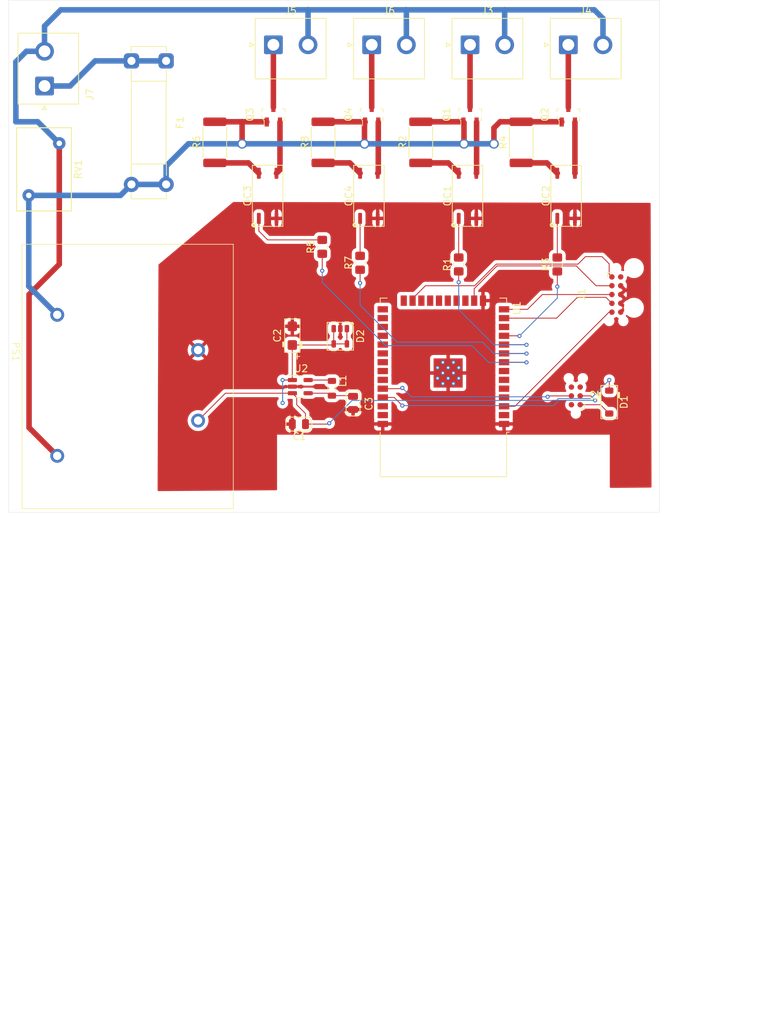
<source format=kicad_pcb>
(kicad_pcb (version 20221018) (generator pcbnew)
  (title_block (rev "1"))
  (layers (0 "F.Cu" signal "Front") (31 "B.Cu" signal "Back") (34 "B.Paste" user) (35 "F.Paste" user) (36 "B.SilkS" user "B.Silkscreen") (37 "F.SilkS" user "F.Silkscreen") (38 "B.Mask" user) (39 "F.Mask" user) (44 "Edge.Cuts" user))
  (net 0 "")
  (net 1 "Net-(D1-K)")
  (net 2 "GND")
  (net 3 "/Power/3v3")
  (net 4 "/Power/+5V_USB")
  (net 5 "/Power/L")
  (net 6 "/GPIO15")
  (net 7 "/GPIO13")
  (net 8 "/GPIO12")
  (net 9 "/GPIO14")
  (net 10 "/ESP_EN")
  (net 11 "/3v3")
  (net 13 "/GPIO01")
  (net 14 "/GPIO03")
  (net 17 "/PowerOut/220V_out")
  (net 18 "/PowerOut1/220V_out")
  (net 19 "/PowerOut2/220V_out")
  (net 20 "/PowerOut3/220V_out")
  (net 21 "Net-(U2-SW)")
  (net 22 "Net-(OC1-Pad1)")
  (net 23 "Net-(Q1-G)")
  (net 24 "Net-(OC2-Pad1)")
  (net 25 "Net-(Q2-G)")
  (net 26 "Net-(OC3-Pad1)")
  (net 27 "Net-(Q3-G)")
  (net 28 "Net-(OC4-Pad1)")
  (net 29 "Net-(Q4-G)")
  (net 30 "/Out3")
  (net 31 "/Out4")
  (net 32 "/Out1")
  (net 33 "/Out2")
  (net 57 "Fused L")
  (net 58 "N")
  (net 59 "/3V3")
  (net 60 "Net-(OC1-Pad6)")
  (net 61 "Net-(OC2-Pad2)")
  (net 62 "Net-(OC3-Pad6)")
  (net 63 "Net-(OC4-Pad2)")
  (footprint "Digikey:SOT-23-3" (layer "F.Cu") (at 97.2205 31.623 90)
    (fp_text reference "Q2" (at 0.025 -3.375 90) (layer "F.SilkS"))
    (fp_text value "MAC97A8")
    (pad "1" smd rect (at -1.05 -0.95 90) (size 1.3 0.6) (layers "F.Cu" "F.Paste" "F.Mask") (net 57 "Fused L"))
    (pad "2" smd rect (at -1.05 0.95 90) (size 1.3 0.6) (layers "F.Cu" "F.Paste" "F.Mask") (net 25 "Net-(Q2-G)"))
    (pad "3" smd rect (at 1.05 0 90) (size 1.3 0.6) (layers "F.Cu" "F.Paste" "F.Mask") (net 18 "/PowerOut1/220V_out"))
  )
  (footprint "Package_SO_AKL:SOIC-4_4.55x3.7mm_P2.54mm" (layer "F.Cu") (at 96.901 43.307 90)
    (fp_text reference "OC2" (at 0 -2.9 90) (layer "F.SilkS"))
    (fp_text value "TLP266J" hide)
    (pad "1" smd roundrect (at -3.25 -1.27 90) (size 1.6 0.55) (layers "F.Cu" "F.Paste" "F.Mask") (net 24 "Net-(OC2-Pad1)"))
    (pad "3" smd roundrect (at -3.25 1.27 90) (size 1.6 0.55) (layers "F.Cu" "F.Paste" "F.Mask") (net 2 "GND"))
    (pad "4" smd roundrect (at 3.25 1.27 90) (size 1.6 0.55) (layers "F.Cu" "F.Paste" "F.Mask") (net 25 "Net-(Q2-G)"))
    (pad "6" smd roundrect (at 3.25 -1.27 90) (size 1.6 0.55) (layers "F.Cu" "F.Paste" "F.Mask") (net 61 "Net-(OC2-Pad2)"))
  )
  (footprint "Inductor_SMD:L_0805_2012Metric" (layer "F.Cu") (at 63.119 71.0395 -90)
    (fp_text reference "L1" (at -1.0625 -1.55 90) (layer "F.SilkS"))
    (fp_text value "2.2uH")
    (pad "1" smd roundrect (at -1.0625 0 270) (size 0.875 1.2) (layers "F.Cu" "F.Paste" "F.Mask") (net 21 "Net-(U2-SW)"))
    (pad "2" smd roundrect (at 1.0625 0 270) (size 0.875 1.2) (layers "F.Cu" "F.Paste" "F.Mask") (net 3 "/Power/3v3"))
  )
  (footprint "Resistor_SMD:R_2512_6332Metric" (layer "F.Cu") (at 61.849 35.6015 90)
    (fp_text reference "R8" (at 0 -2.62 90) (layer "F.SilkS"))
    (fp_text value "300/1w")
    (pad "1" smd roundrect (at -2.9625 0 90) (size 1.225 3.35) (layers "F.Cu" "F.Paste" "F.Mask") (roundrect_rratio 0.2040816327) (net 63 "Net-(OC4-Pad2)"))
    (pad "2" smd roundrect (at 2.9625 0 90) (size 1.225 3.35) (layers "F.Cu" "F.Paste" "F.Mask") (roundrect_rratio 0.2040816327) (net 57 "Fused L"))
  )
  (footprint "Package_SO_AKL:SOIC-4_4.55x3.7mm_P2.54mm" (layer "F.Cu") (at 53.848 43.307 90)
    (fp_text reference "OC3" (at 0 -2.9 90) (layer "F.SilkS"))
    (fp_text value "TLP266J" hide)
    (pad "1" smd roundrect (at -3.25 -1.27 90) (size 1.6 0.55) (layers "F.Cu" "F.Paste" "F.Mask") (net 26 "Net-(OC3-Pad1)"))
    (pad "3" smd roundrect (at -3.25 1.27 90) (size 1.6 0.55) (layers "F.Cu" "F.Paste" "F.Mask") (net 2 "GND"))
    (pad "4" smd roundrect (at 3.25 1.27 90) (size 1.6 0.55) (layers "F.Cu" "F.Paste" "F.Mask") (net 27 "Net-(Q3-G)"))
    (pad "6" smd roundrect (at 3.25 -1.27 90) (size 1.6 0.55) (layers "F.Cu" "F.Paste" "F.Mask") (net 62 "Net-(OC3-Pad6)"))
  )
  (footprint "Resistor_SMD:R_0805_2012Metric_Pad1.20x1.40mm_HandSolder" (layer "F.Cu") (at 81.407 53.197 90)
    (fp_text reference "R1" (at 0 -1.65 90) (layer "F.SilkS"))
    (fp_text value "91")
    (pad "1" smd roundrect (at -1 0 90) (size 1.2 1.4) (layers "F.Cu" "F.Paste" "F.Mask") (roundrect_rratio 0.2083333333) (net 30 "/Out3"))
    (pad "2" smd roundrect (at 1 0 90) (size 1.2 1.4) (layers "F.Cu" "F.Paste" "F.Mask") (roundrect_rratio 0.2083333333) (net 22 "Net-(OC1-Pad1)"))
  )
  (footprint "Connector_JST:JST_NV_B02P-NV_1x02_P5.00mm_Vertical" (layer "F.Cu") (at 83.038832 21.548)
    (fp_text reference "J3" (at 2.5 -4.9) (layer "F.SilkS"))
    (fp_text value "Out3")
    (pad "1" thru_hole roundrect (at 0 0) (size 2.7 2.7) (drill 1.7) (layers "*.Cu" "*.Mask") (roundrect_rratio 0.09259296296) (net 17 "/PowerOut/220V_out"))
    (pad "2" thru_hole circle (at 5 0) (size 2.7 2.7) (drill 1.7) (layers "*.Cu" "*.Mask") (net 58 "N"))
  )
  (footprint "My Footprints:ZP05SXX00WB" (layer "F.Cu") (at 23.495 60.452 -90)
    (fp_text reference "PS1" (at 5.334 5.969 -90 unlocked) (layer "F.SilkS") (effects (font (thickness 0.1))))
    (fp_text value "ZP05S0500WB")
    (pad "1" thru_hole circle (at 0 0 270) (size 2 2) (drill 1.2) (layers "*.Cu" "*.Mask") (net 57 "Fused L"))
    (pad "2" thru_hole circle (at 20.32 0 270) (size 2 2) (drill 1.2) (layers "*.Cu" "*.Mask") (net 58 "N"))
    (pad "3" thru_hole circle (at 5.08 -20.32 270) (size 2 2) (drill 1.2) (layers "*.Cu" "*.Mask") (net 2 "GND"))
    (pad "4" thru_hole circle (at 15.24 -20.32 270) (size 2 2) (drill 1.2) (layers "*.Cu" "*.Mask") (net 1 "Net-(D1-K)"))
  )
  (footprint "Resistor_SMD:R_0805_2012Metric_Pad1.20x1.40mm_HandSolder" (layer "F.Cu") (at 61.722 50.657 90)
    (fp_text reference "R5" (at 0 -1.65 90) (layer "F.SilkS"))
    (fp_text value "91")
    (pad "1" smd roundrect (at -1 0 90) (size 1.2 1.4) (layers "F.Cu" "F.Paste" "F.Mask") (roundrect_rratio 0.2083333333) (net 32 "/Out1"))
    (pad "2" smd roundrect (at 1 0 90) (size 1.2 1.4) (layers "F.Cu" "F.Paste" "F.Mask") (roundrect_rratio 0.2083333333) (net 26 "Net-(OC3-Pad1)"))
  )
  (footprint "Connector_JST:JST_NV_B02P-NV_1x02_P5.00mm_Vertical" (layer "F.Cu") (at 54.6755 21.548)
    (fp_text reference "J5" (at 2.5 -4.9) (layer "F.SilkS"))
    (fp_text value "Out1")
    (pad "1" thru_hole roundrect (at 0 0) (size 2.7 2.7) (drill 1.7) (layers "*.Cu" "*.Mask") (roundrect_rratio 0.09259296296) (net 19 "/PowerOut2/220V_out"))
    (pad "2" thru_hole circle (at 5 0) (size 2.7 2.7) (drill 1.7) (layers "*.Cu" "*.Mask") (net 58 "N"))
  )
  (footprint "Capacitor_SMD_AKL:C_0805_2012Metric" (layer "F.Cu") (at 66.167 73.152 -90)
    (fp_text reference "C3" (at 0.127 -2.286 90) (layer "F.SilkS"))
    (fp_text value "10uF" hide)
    (pad "1" smd roundrect (at -0.95 0 270) (size 1 1.45) (layers "F.Cu" "F.Paste" "F.Mask") (net 3 "/Power/3v3"))
    (pad "2" smd roundrect (at 0.95 0 270) (size 1 1.45) (layers "F.Cu" "F.Paste" "F.Mask") (net 2 "GND"))
  )
  (footprint "Connector:Tag-Connect_TC2050-IDC-FP_2x05_P1.27mm_Vertical" (layer "F.Cu") (at 104.14 57.531 -90)
    (fp_text reference "J1" (at 0 5 90) (layer "F.SilkS"))
    (fp_text value "JTAG")
    (pad "" np_thru_hole circle (at -3.81 -2.54 270) (size 2.3749 2.3749) (drill 2.3749) (layers "*.Cu" "*.Mask"))
    (pad "" np_thru_hole circle (at -3.81 0 270) (size 0.9906 0.9906) (drill 0.9906) (layers "*.Cu" "*.Mask"))
    (pad "" np_thru_hole circle (at -3.81 2.54 270) (size 2.3749 2.3749) (drill 2.3749) (layers "*.Cu" "*.Mask"))
    (pad "" np_thru_hole circle (at 1.905 -2.54 270) (size 2.3749 2.3749) (drill 2.3749) (layers "*.Cu" "*.Mask"))
    (pad "" np_thru_hole circle (at 1.905 2.54 270) (size 2.3749 2.3749) (drill 2.3749) (layers "*.Cu" "*.Mask"))
    (pad "" np_thru_hole circle (at 3.81 -1.016 270) (size 0.9906 0.9906) (drill 0.9906) (layers "*.Cu" "*.Mask"))
    (pad "" np_thru_hole circle (at 3.81 1.016 270) (size 0.9906 0.9906) (drill 0.9906) (layers "*.Cu" "*.Mask"))
    (pad "1" connect circle (at -2.54 0.635 270) (size 0.7874 0.7874) (layers "F.Cu" "F.Mask") (net 6 "/GPIO15"))
    (pad "2" connect circle (at -1.27 0.635 270) (size 0.7874 0.7874) (layers "F.Cu" "F.Mask") (net 7 "/GPIO13"))
    (pad "3" connect circle (at 0 0.635 270) (size 0.7874 0.7874) (layers "F.Cu" "F.Mask") (net 8 "/GPIO12"))
    (pad "4" connect circle (at 1.27 0.635 270) (size 0.7874 0.7874) (layers "F.Cu" "F.Mask") (net 9 "/GPIO14"))
    (pad "5" connect circle (at 2.54 0.635 270) (size 0.7874 0.7874) (layers "F.Cu" "F.Mask") (net 10 "/ESP_EN"))
    (pad "6" connect circle (at 2.54 -0.635 270) (size 0.7874 0.7874) (layers "F.Cu" "F.Mask") (net 2 "GND"))
    (pad "7" connect circle (at 1.27 -0.635 270) (size 0.7874 0.7874) (layers "F.Cu" "F.Mask") (net 2 "GND"))
    (pad "8" connect circle (at 0 -0.635 270) (size 0.7874 0.7874) (layers "F.Cu" "F.Mask") (net 2 "GND"))
    (pad "9" connect circle (at -1.27 -0.635 270) (size 0.7874 0.7874) (layers "F.Cu" "F.Mask") (net 2 "GND"))
    (pad "10" connect circle (at -2.54 -0.635 270) (size 0.7874 0.7874) (layers "F.Cu" "F.Mask") (net 11 "/3v3"))
    (zone (net 0) (net_name "") (layer "F.Cu") (connect_pads (clearance 0)) (min_thickness 0.254)
      (keepout (tracks allowed) (vias not_allowed) (pads allowed) (copperpour not_allowed) (footprints not_allowed))
      (fill (thermal_gap 0.508) (thermal_bridge_width 0.508))
      (polygon (pts (xy 103.505 54.991) (xy 103.505 60.071) (xy 104.775 60.071) (xy 104.775 54.991)))
    )
  )
  (footprint "MountingHole:MountingHole_2.7mm_M2.5" (layer "F.Cu") (at 45.72 27.94)
    (fp_text reference "REF**" hide)
    (fp_text value "MountingHole_2.7mm_M2.5")
    (pad "" np_thru_hole circle (at 0 0) (size 2.7 2.7) (drill 2.7) (layers "*.Cu" "*.Mask"))
  )
  (footprint "Connector_JST:JST_NV_B02P-NV_1x02_P5.00mm_Vertical" (layer "F.Cu") (at 68.857166 21.548)
    (fp_text reference "J6" (at 2.5 -4.9) (layer "F.SilkS"))
    (fp_text value "Out2")
    (pad "1" thru_hole roundrect (at 0 0) (size 2.7 2.7) (drill 1.7) (layers "*.Cu" "*.Mask") (roundrect_rratio 0.09259296296) (net 20 "/PowerOut3/220V_out"))
    (pad "2" thru_hole circle (at 5 0) (size 2.7 2.7) (drill 1.7) (layers "*.Cu" "*.Mask") (net 58 "N"))
  )
  (footprint "Fuse:Fuseholder_Clip-5x20mm_Bel_FC-203-22_Lateral_P17.80x5.00mm_D1.17mm_Horizontal" (layer "F.Cu") (at 39.203 23.866 -90)
    (fp_text reference "F1" (at 8.9 -2 90) (layer "F.SilkS"))
    (fp_text value "2A/250V/FH-1096")
    (pad "1" thru_hole roundrect (at 0 0 270) (size 2.2 2.2) (drill 1.17) (layers "*.Cu" "*.Mask") (net 5 "/Power/L"))
    (pad "1" thru_hole roundrect (at 0 5 270) (size 2.2 2.2) (drill 1.17) (layers "*.Cu" "*.Mask") (net 5 "/Power/L"))
    (pad "2" thru_hole circle (at 17.8 0 270) (size 2.2 2.2) (drill 1.17) (layers "*.Cu" "*.Mask") (net 57 "Fused L"))
    (pad "2" thru_hole circle (at 17.8 5 270) (size 2.2 2.2) (drill 1.17) (layers "*.Cu" "*.Mask") (net 57 "Fused L"))
  )
  (footprint "Varistor:RV_Disc_D12mm_W7.9mm_P7.5mm" (layer "F.Cu") (at 19.39 43.247 90)
    (fp_text reference "RV1" (at 3.75 7.15 90) (layer "F.SilkS"))
    (fp_text value "S10K460")
    (pad "1" thru_hole circle (at 0 0 90) (size 1.8 1.8) (drill 0.8) (layers "*.Cu" "*.Mask") (net 57 "Fused L"))
    (pad "2" thru_hole circle (at 7.5 4.4 90) (size 1.8 1.8) (drill 0.8) (layers "*.Cu" "*.Mask") (net 58 "N"))
  )
  (footprint "MountingHole:MountingHole_2.7mm_M2.5" (layer "F.Cu") (at 105.41 30.353)
    (fp_text reference "REF**" hide)
    (fp_text value "MountingHole_2.7mm_M2.5")
    (pad "" np_thru_hole circle (at 0 0) (size 2.7 2.7) (drill 2.7) (layers "*.Cu" "*.Mask"))
  )
  (footprint "Connector_JST:JST_NV_B02P-NV_1x02_P5.00mm_Vertical" (layer "F.Cu") (at 97.2205 21.548)
    (fp_text reference "J4" (at 2.5 -4.9) (layer "F.SilkS"))
    (fp_text value "Out4")
    (pad "1" thru_hole roundrect (at 0 0) (size 2.7 2.7) (drill 1.7) (layers "*.Cu" "*.Mask") (roundrect_rratio 0.09259296296) (net 18 "/PowerOut1/220V_out"))
    (pad "2" thru_hole circle (at 5 0) (size 2.7 2.7) (drill 1.7) (layers "*.Cu" "*.Mask") (net 58 "N"))
  )
  (footprint "Connector:Tag-Connect_TC2030-IDC-NL_2x03_P1.27mm_Vertical" (layer "F.Cu") (at 98.298 72.136 90)
    (fp_text reference "J2" (at 0 2.7 90) (layer "F.SilkS"))
    (fp_text value "RS-232")
    (pad "" np_thru_hole circle (at -2.54 0 90) (size 0.9906 0.9906) (drill 0.9906) (layers "*.Cu" "*.Mask"))
    (pad "" np_thru_hole circle (at 2.54 -1.016 90) (size 0.9906 0.9906) (drill 0.9906) (layers "*.Cu" "*.Mask"))
    (pad "" np_thru_hole circle (at 2.54 1.016 90) (size 0.9906 0.9906) (drill 0.9906) (layers "*.Cu" "*.Mask"))
    (pad "1" connect circle (at -1.27 0.635 90) (size 0.7874 0.7874) (layers "F.Cu" "F.Mask") (net 4 "/Power/+5V_USB"))
    (pad "2" connect circle (at -1.27 -0.635 90) (size 0.7874 0.7874) (layers "F.Cu" "F.Mask"))
    (pad "3" connect circle (at 0 0.635 90) (size 0.7874 0.7874) (layers "F.Cu" "F.Mask") (net 13 "/GPIO01"))
    (pad "4" connect circle (at 0 -0.635 90) (size 0.7874 0.7874) (layers "F.Cu" "F.Mask") (net 14 "/GPIO03"))
    (pad "5" connect circle (at 1.27 0.635 90) (size 0.7874 0.7874) (layers "F.Cu" "F.Mask"))
    (pad "6" connect circle (at 1.27 -0.635 90) (size 0.7874 0.7874) (layers "F.Cu" "F.Mask"))
    (zone (net 0) (net_name "") (layer "F.Cu") (connect_pads (clearance 0)) (min_thickness 0.254)
      (keepout (tracks allowed) (vias not_allowed) (pads allowed) (copperpour not_allowed) (footprints not_allowed))
      (fill (thermal_gap 0.508) (thermal_bridge_width 0.508))
      (polygon (pts (xy 97.663 70.866) (xy 97.663 73.406) (xy 98.933 73.406) (xy 98.933 70.866)))
    )
  )
  (footprint "Package_SO_AKL:SOIC-4_4.55x3.7mm_P2.54mm" (layer "F.Cu") (at 68.453 43.307 90)
    (fp_text reference "OC4" (at 0 -2.9 90) (layer "F.SilkS"))
    (fp_text value "TLP266J" hide)
    (pad "1" smd roundrect (at -3.25 -1.27 90) (size 1.6 0.55) (layers "F.Cu" "F.Paste" "F.Mask") (net 28 "Net-(OC4-Pad1)"))
    (pad "3" smd roundrect (at -3.25 1.27 90) (size 1.6 0.55) (layers "F.Cu" "F.Paste" "F.Mask") (net 2 "GND"))
    (pad "4" smd roundrect (at 3.25 1.27 90) (size 1.6 0.55) (layers "F.Cu" "F.Paste" "F.Mask") (net 29 "Net-(Q4-G)"))
    (pad "6" smd roundrect (at 3.25 -1.27 90) (size 1.6 0.55) (layers "F.Cu" "F.Paste" "F.Mask") (net 63 "Net-(OC4-Pad2)"))
  )
  (footprint "Resistor_SMD:R_2512_6332Metric" (layer "F.Cu") (at 46.228 35.6015 90)
    (fp_text reference "R6" (at 0 -2.62 90) (layer "F.SilkS"))
    (fp_text value "300/1w")
    (pad "1" smd roundrect (at -2.9625 0 90) (size 1.225 3.35) (layers "F.Cu" "F.Paste" "F.Mask") (roundrect_rratio 0.2040816327) (net 62 "Net-(OC3-Pad6)"))
    (pad "2" smd roundrect (at 2.9625 0 90) (size 1.225 3.35) (layers "F.Cu" "F.Paste" "F.Mask") (roundrect_rratio 0.2040816327) (net 57 "Fused L"))
  )
  (footprint "Digikey:SOT-23-3" (layer "F.Cu") (at 68.857166 31.623 90)
    (fp_text reference "Q4" (at 0.025 -3.375 90) (layer "F.SilkS"))
    (fp_text value "MAC97A8")
    (pad "1" smd rect (at -1.05 -0.95 90) (size 1.3 0.6) (layers "F.Cu" "F.Paste" "F.Mask") (net 57 "Fused L"))
    (pad "2" smd rect (at -1.05 0.95 90) (size 1.3 0.6) (layers "F.Cu" "F.Paste" "F.Mask") (net 29 "Net-(Q4-G)"))
    (pad "3" smd rect (at 1.05 0 90) (size 1.3 0.6) (layers "F.Cu" "F.Paste" "F.Mask") (net 20 "/PowerOut3/220V_out"))
  )
  (footprint "Package_TO_SOT_SMD_AKL:SOT-23-5" (layer "F.Cu") (at 64.328 63.543 -90)
    (fp_text reference "D2" (at 0 -2.9 90) (layer "F.SilkS"))
    (fp_text value "ESDA5V3SC5" hide)
    (pad "1" smd roundrect (at -1.1 -0.95 270) (size 1.06 0.65) (layers "F.Cu" "F.Paste" "F.Mask") (net 1 "Net-(D1-K)"))
    (pad "2" smd roundrect (at -1.1 0 270) (size 1.06 0.65) (layers "F.Cu" "F.Paste" "F.Mask") (net 2 "GND"))
    (pad "3" smd roundrect (at -1.1 0.95 270) (size 1.06 0.65) (layers "F.Cu" "F.Paste" "F.Mask") (net 1 "Net-(D1-K)"))
    (pad "4" smd roundrect (at 1.1 0.95 270) (size 1.06 0.65) (layers "F.Cu" "F.Paste" "F.Mask") (net 1 "Net-(D1-K)"))
    (pad "5" smd roundrect (at 1.1 -0.95 270) (size 1.06 0.65) (layers "F.Cu" "F.Paste" "F.Mask") (net 1 "Net-(D1-K)"))
  )
  (footprint "Resistor_SMD:R_0805_2012Metric_Pad1.20x1.40mm_HandSolder" (layer "F.Cu") (at 95.631 53.197 90)
    (fp_text reference "R3" (at 0 -1.65 90) (layer "F.SilkS"))
    (fp_text value "91")
    (pad "1" smd roundrect (at -1 0 90) (size 1.2 1.4) (layers "F.Cu" "F.Paste" "F.Mask") (roundrect_rratio 0.2083333333) (net 31 "/Out4"))
    (pad "2" smd roundrect (at 1 0 90) (size 1.2 1.4) (layers "F.Cu" "F.Paste" "F.Mask") (roundrect_rratio 0.2083333333) (net 24 "Net-(OC2-Pad1)"))
  )
  (footprint "Resistor_SMD:R_0805_2012Metric_Pad1.20x1.40mm_HandSolder" (layer "F.Cu") (at 67.183 52.959 90)
    (fp_text reference "R7" (at 0 -1.65 90) (layer "F.SilkS"))
    (fp_text value "91")
    (pad "1" smd roundrect (at -1 0 90) (size 1.2 1.4) (layers "F.Cu" "F.Paste" "F.Mask") (roundrect_rratio 0.2083333333) (net 33 "/Out2"))
    (pad "2" smd roundrect (at 1 0 90) (size 1.2 1.4) (layers "F.Cu" "F.Paste" "F.Mask") (roundrect_rratio 0.2083333333) (net 28 "Net-(OC4-Pad1)"))
  )
  (footprint "Diode_SMD_AKL:D_SOD-123" (layer "F.Cu") (at 103.124 73.026 -90)
    (fp_text reference "D1" (at 0 -2.127 90) (layer "F.SilkS"))
    (fp_text value "1N5819" hide)
    (pad "1" smd roundrect (at -1.65 0 270) (size 0.9 1.2) (layers "F.Cu" "F.Paste" "F.Mask") (net 1 "Net-(D1-K)"))
    (pad "2" smd roundrect (at 1.65 0 270) (size 0.9 1.2) (layers "F.Cu" "F.Paste" "F.Mask") (net 4 "/Power/+5V_USB"))
  )
  (footprint "Digikey:SOT-23-3" (layer "F.Cu") (at 54.6755 31.623 90)
    (fp_text reference "Q3" (at 0.025 -3.375 90) (layer "F.SilkS"))
    (fp_text value "MAC97A8")
    (pad "1" smd rect (at -1.05 -0.95 90) (size 1.3 0.6) (layers "F.Cu" "F.Paste" "F.Mask") (net 57 "Fused L"))
    (pad "2" smd rect (at -1.05 0.95 90) (size 1.3 0.6) (layers "F.Cu" "F.Paste" "F.Mask") (net 27 "Net-(Q3-G)"))
    (pad "3" smd rect (at 1.05 0 90) (size 1.3 0.6) (layers "F.Cu" "F.Paste" "F.Mask") (net 19 "/PowerOut2/220V_out"))
  )
  (footprint "Resistor_SMD:R_2512_6332Metric" (layer "F.Cu") (at 75.946 35.6015 90)
    (fp_text reference "R2" (at 0 -2.62 90) (layer "F.SilkS"))
    (fp_text value "300/1w")
    (pad "1" smd roundrect (at -2.9625 0 90) (size 1.225 3.35) (layers "F.Cu" "F.Paste" "F.Mask") (roundrect_rratio 0.2040816327) (net 60 "Net-(OC1-Pad6)"))
    (pad "2" smd roundrect (at 2.9625 0 90) (size 1.225 3.35) (layers "F.Cu" "F.Paste" "F.Mask") (roundrect_rratio 0.2040816327) (net 57 "Fused L"))
  )
  (footprint "Package_SO_AKL:SOIC-4_4.55x3.7mm_P2.54mm" (layer "F.Cu") (at 82.677 43.307 90)
    (fp_text reference "OC1" (at 0 -2.9 90) (layer "F.SilkS"))
    (fp_text value "TLP266J" hide)
    (pad "1" smd roundrect (at -3.25 -1.27 90) (size 1.6 0.55) (layers "F.Cu" "F.Paste" "F.Mask") (net 22 "Net-(OC1-Pad1)"))
    (pad "3" smd roundrect (at -3.25 1.27 90) (size 1.6 0.55) (layers "F.Cu" "F.Paste" "F.Mask") (net 2 "GND"))
    (pad "4" smd roundrect (at 3.25 1.27 90) (size 1.6 0.55) (layers "F.Cu" "F.Paste" "F.Mask") (net 23 "Net-(Q1-G)"))
    (pad "6" smd roundrect (at 3.25 -1.27 90) (size 1.6 0.55) (layers "F.Cu" "F.Paste" "F.Mask") (net 60 "Net-(OC1-Pad6)"))
  )
  (footprint "Capacitor_SMD_AKL:C_0805_2012Metric" (layer "F.Cu") (at 58.354 76.2 180)
    (fp_text reference "C1" (at -0.066 -1.778) (layer "F.SilkS"))
    (fp_text value "4.7uF" hide)
    (pad "1" smd roundrect (at -0.95 0 180) (size 1 1.45) (layers "F.Cu" "F.Paste" "F.Mask") (net 1 "Net-(D1-K)"))
    (pad "2" smd roundrect (at 0.95 0 180) (size 1 1.45) (layers "F.Cu" "F.Paste" "F.Mask") (net 2 "GND"))
  )
  (footprint "Digikey:SOT-23-3" (layer "F.Cu") (at 83.038832 31.623 90)
    (fp_text reference "Q1" (at 0.025 -3.375 90) (layer "F.SilkS"))
    (fp_text value "MAC97A8")
    (pad "1" smd rect (at -1.05 -0.95 90) (size 1.3 0.6) (layers "F.Cu" "F.Paste" "F.Mask") (net 57 "Fused L"))
    (pad "2" smd rect (at -1.05 0.95 90) (size 1.3 0.6) (layers "F.Cu" "F.Paste" "F.Mask") (net 23 "Net-(Q1-G)"))
    (pad "3" smd rect (at 1.05 0 90) (size 1.3 0.6) (layers "F.Cu" "F.Paste" "F.Mask") (net 17 "/PowerOut/220V_out"))
  )
  (footprint "RF_Module:ESP32-WROOM-32" (layer "F.Cu") (at 79.202 67.924 180)
    (fp_text reference "U1" (at -10.61 8.43 90) (layer "F.SilkS"))
    (fp_text value "ESP32-WROOM-32")
    (pad "1" smd rect (at -8.75 -8.25 180) (size 1.5 0.9) (layers "F.Cu" "F.Paste" "F.Mask") (net 2 "GND"))
    (pad "2" smd rect (at -8.75 -6.98 180) (size 1.5 0.9) (layers "F.Cu" "F.Paste" "F.Mask") (net 59 "/3V3"))
    (pad "3" smd rect (at -8.75 -5.71 180) (size 1.5 0.9) (layers "F.Cu" "F.Paste" "F.Mask") (net 10 "/ESP_EN"))
    (pad "4" smd rect (at -8.75 -4.44 180) (size 1.5 0.9) (layers "F.Cu" "F.Paste" "F.Mask"))
    (pad "5" smd rect (at -8.75 -3.17 180) (size 1.5 0.9) (layers "F.Cu" "F.Paste" "F.Mask"))
    (pad "6" smd rect (at -8.75 -1.9 180) (size 1.5 0.9) (layers "F.Cu" "F.Paste" "F.Mask"))
    (pad "7" smd rect (at -8.75 -0.63 180) (size 1.5 0.9) (layers "F.Cu" "F.Paste" "F.Mask"))
    (pad "8" smd rect (at -8.75 0.64 180) (size 1.5 0.9) (layers "F.Cu" "F.Paste" "F.Mask") (net 32 "/Out1"))
    (pad "9" smd rect (at -8.75 1.91 180) (size 1.5 0.9) (layers "F.Cu" "F.Paste" "F.Mask") (net 33 "/Out2"))
    (pad "10" smd rect (at -8.75 3.18 180) (size 1.5 0.9) (layers "F.Cu" "F.Paste" "F.Mask") (net 30 "/Out3"))
    (pad "11" smd rect (at -8.75 4.45 180) (size 1.5 0.9) (layers "F.Cu" "F.Paste" "F.Mask") (net 31 "/Out4"))
    (pad "12" smd rect (at -8.75 5.72 180) (size 1.5 0.9) (layers "F.Cu" "F.Paste" "F.Mask"))
    (pad "13" smd rect (at -8.75 6.99 180) (size 1.5 0.9) (layers "F.Cu" "F.Paste" "F.Mask") (net 9 "/GPIO14"))
    (pad "14" smd rect (at -8.75 8.26 180) (size 1.5 0.9) (layers "F.Cu" "F.Paste" "F.Mask") (net 8 "/GPIO12"))
    (pad "15" smd rect (at -5.71 9.51 270) (size 1.5 0.9) (layers "F.Cu" "F.Paste" "F.Mask") (net 2 "GND"))
    (pad "16" smd rect (at -4.44 9.51 270) (size 1.5 0.9) (layers "F.Cu" "F.Paste" "F.Mask") (net 7 "/GPIO13"))
    (pad "17" smd rect (at -3.17 9.51 270) (size 1.5 0.9) (layers "F.Cu" "F.Paste" "F.Mask"))
    (pad "18" smd rect (at -1.9 9.51 270) (size 1.5 0.9) (layers "F.Cu" "F.Paste" "F.Mask"))
    (pad "19" smd rect (at -0.63 9.51 270) (size 1.5 0.9) (layers "F.Cu" "F.Paste" "F.Mask"))
    (pad "20" smd rect (at 0.64 9.51 270) (size 1.5 0.9) (layers "F.Cu" "F.Paste" "F.Mask"))
    (pad "21" smd rect (at 1.91 9.51 270) (size 1.5 0.9) (layers "F.Cu" "F.Paste" "F.Mask"))
    (pad "22" smd rect (at 3.18 9.51 270) (size 1.5 0.9) (layers "F.Cu" "F.Paste" "F.Mask"))
    (pad "23" smd rect (at 4.45 9.51 270) (size 1.5 0.9) (layers "F.Cu" "F.Paste" "F.Mask") (net 6 "/GPIO15"))
    (pad "24" smd rect (at 5.72 9.51 270) (size 1.5 0.9) (layers "F.Cu" "F.Paste" "F.Mask"))
    (pad "25" smd rect (at 8.75 8.26 180) (size 1.5 0.9) (layers "F.Cu" "F.Paste" "F.Mask"))
    (pad "26" smd rect (at 8.75 6.99 180) (size 1.5 0.9) (layers "F.Cu" "F.Paste" "F.Mask"))
    (pad "27" smd rect (at 8.75 5.72 180) (size 1.5 0.9) (layers "F.Cu" "F.Paste" "F.Mask"))
    (pad "28" smd rect (at 8.75 4.45 180) (size 1.5 0.9) (layers "F.Cu" "F.Paste" "F.Mask"))
    (pad "29" smd rect (at 8.75 3.18 180) (size 1.5 0.9) (layers "F.Cu" "F.Paste" "F.Mask"))
    (pad "30" smd rect (at 8.75 1.91 180) (size 1.5 0.9) (layers "F.Cu" "F.Paste" "F.Mask"))
    (pad "31" smd rect (at 8.75 0.64 180) (size 1.5 0.9) (layers "F.Cu" "F.Paste" "F.Mask"))
    (pad "32" smd rect (at 8.75 -0.63 180) (size 1.5 0.9) (layers "F.Cu" "F.Paste" "F.Mask"))
    (pad "33" smd rect (at 8.75 -1.9 180) (size 1.5 0.9) (layers "F.Cu" "F.Paste" "F.Mask"))
    (pad "34" smd rect (at 8.75 -3.17 180) (size 1.5 0.9) (layers "F.Cu" "F.Paste" "F.Mask") (net 14 "/GPIO03"))
    (pad "35" smd rect (at 8.75 -4.44 180) (size 1.5 0.9) (layers "F.Cu" "F.Paste" "F.Mask") (net 13 "/GPIO01"))
    (pad "36" smd rect (at 8.75 -5.71 180) (size 1.5 0.9) (layers "F.Cu" "F.Paste" "F.Mask"))
    (pad "37" smd rect (at 8.75 -6.98 180) (size 1.5 0.9) (layers "F.Cu" "F.Paste" "F.Mask"))
    (pad "38" smd rect (at 8.75 -8.25 180) (size 1.5 0.9) (layers "F.Cu" "F.Paste" "F.Mask") (net 2 "GND"))
    (pad "39" smd rect (at -2.205 -2.435 180) (size 1.05 1.05) (layers "F.Cu" "F.Paste") (net 2 "GND"))
    (pad "39" thru_hole circle (at -2.205 -1.6725 180) (size 0.6 0.6) (drill 0.3) (property pad_prop_heatsink) (layers "*.Cu" "F.Mask") (net 2 "GND"))
    (pad "39" smd rect (at -2.205 -0.91 180) (size 1.05 1.05) (layers "F.Cu" "F.Paste") (net 2 "GND"))
    (pad "39" thru_hole circle (at -2.205 -0.1475 180) (size 0.6 0.6) (drill 0.3) (property pad_prop_heatsink) (layers "*.Cu" "F.Mask") (net 2 "GND"))
    (pad "39" smd rect (at -2.205 0.615 180) (size 1.05 1.05) (layers "F.Cu" "F.Paste") (net 2 "GND"))
    (pad "39" thru_hole circle (at -1.4425 -2.435 180) (size 0.6 0.6) (drill 0.3) (property pad_prop_heatsink) (layers "*.Cu" "F.Mask") (net 2 "GND"))
    (pad "39" thru_hole circle (at -1.4425 -0.91 180) (size 0.6 0.6) (drill 0.3) (property pad_prop_heatsink) (layers "*.Cu" "F.Mask") (net 2 "GND"))
    (pad "39" thru_hole circle (at -1.4425 0.615 180) (size 0.6 0.6) (drill 0.3) (property pad_prop_heatsink) (layers "*.Cu" "F.Mask") (net 2 "GND"))
    (pad "39" smd rect (at -0.68 -2.435 180) (size 1.05 1.05) (layers "F.Cu" "F.Paste") (net 2 "GND"))
    (pad "39" thru_hole circle (at -0.68 -1.6725 180) (size 0.6 0.6) (drill 0.3) (property pad_prop_heatsink) (layers "*.Cu" "F.Mask") (net 2 "GND"))
    (pad "39" smd rect (at -0.68 -0.91 180) (size 1.05 1.05) (layers "F.Cu" "F.Paste") (net 2 "GND"))
    (pad "39" smd rect (at -0.68 -0.91 180) (size 4.2 4.2) (layers "F.Cu" "F.Mask") (net 2 "GND"))
    (pad "39" thru_hole circle (at -0.68 -0.1475 180) (size 0.6 0.6) (drill 0.3) (property pad_prop_heatsink) (layers "*.Cu" "F.Mask") (net 2 "GND"))
    (pad "39" smd rect (at -0.68 0.615 180) (size 1.05 1.05) (layers "F.Cu" "F.Paste") (net 2 "GND"))
    (pad "39" thru_hole circle (at 0.0825 -2.435 180) (size 0.6 0.6) (drill 0.3) (property pad_prop_heatsink) (layers "*.Cu" "F.Mask") (net 2 "GND"))
    (pad "39" thru_hole circle (at 0.0825 -0.91 180) (size 0.6 0.6) (drill 0.3) (property pad_prop_heatsink) (layers "*.Cu" "F.Mask") (net 2 "GND"))
    (pad "39" thru_hole circle (at 0.0825 0.615 180) (size 0.6 0.6) (drill 0.3) (property pad_prop_heatsink) (layers "*.Cu" "F.Mask") (net 2 "GND"))
    (pad "39" smd rect (at 0.845 -2.435 180) (size 1.05 1.05) (layers "F.Cu" "F.Paste") (net 2 "GND"))
    (pad "39" thru_hole circle (at 0.845 -1.6725 180) (size 0.6 0.6) (drill 0.3) (property pad_prop_heatsink) (layers "*.Cu" "F.Mask") (net 2 "GND"))
    (pad "39" smd rect (at 0.845 -0.91 180) (size 1.05 1.05) (layers "F.Cu" "F.Paste") (net 2 "GND"))
    (pad "39" thru_hole circle (at 0.845 -0.1475 180) (size 0.6 0.6) (drill 0.3) (property pad_prop_heatsink) (layers "*.Cu" "F.Mask") (net 2 "GND"))
    (pad "39" smd rect (at 0.845 0.615 180) (size 1.05 1.05) (layers "F.Cu" "F.Paste") (net 2 "GND"))
    (zone (net 0) (net_name "") (layers "F.Cu" "In1.Cu" "B.Cu") (connect_pads (clearance 0)) (min_thickness 0.254)
      (keepout (tracks not_allowed) (vias not_allowed) (pads not_allowed) (copperpour not_allowed) (footprints not_allowed))
      (fill (thermal_gap 0.508) (thermal_bridge_width 0.508))
      (polygon (pts (xy 103.202 77.724) (xy 55.202 77.724) (xy 55.202 98.664) (xy 103.202 98.664)))
    )
  )
  (footprint "MountingHole:MountingHole_2.7mm_M2.5" (layer "F.Cu") (at 63.754 82.55)
    (fp_text reference "REF**" hide)
    (fp_text value "MountingHole_2.7mm_M2.5")
    (pad "" np_thru_hole circle (at 0 0) (size 2.7 2.7) (drill 2.7) (layers "*.Cu" "*.Mask"))
  )
  (footprint "Connector_JST:JST_NV_B02P-NV_1x02_P5.00mm_Vertical" (layer "F.Cu") (at 21.663 27.4835 90)
    (fp_text reference "J7" (at -1.2185 6.531 90) (layer "F.SilkS"))
    (fp_text value "220IN")
    (pad "1" thru_hole roundrect (at 0 0 90) (size 2.7 2.7) (drill 1.7) (layers "*.Cu" "*.Mask") (roundrect_rratio 0.09259296296) (net 5 "/Power/L"))
    (pad "2" thru_hole circle (at 5 0 90) (size 2.7 2.7) (drill 1.7) (layers "*.Cu" "*.Mask") (net 58 "N"))
  )
  (footprint "Capacitor_Tantalum_SMD_AKL:CP_EIA-3216-18_Kemet-A" (layer "F.Cu") (at 57.404 63.453 90)
    (fp_text reference "C2" (at 0 -2.159 90) (layer "F.SilkS"))
    (fp_text value "TAJA105K025RNJ" hide)
    (pad "1" smd roundrect (at -1.35 0 90) (size 1.4 1.35) (layers "F.Cu" "F.Paste" "F.Mask") (roundrect_rratio 0.1851851852) (net 1 "Net-(D1-K)"))
    (pad "2" smd roundrect (at 1.35 0 90) (size 1.4 1.35) (layers "F.Cu" "F.Paste" "F.Mask") (roundrect_rratio 0.1851851852) (net 2 "GND"))
  )
  (footprint "Package_TO_SOT_SMD:TSOT-23-5" (layer "F.Cu") (at 58.5525 70.8)
    (fp_text reference "U2" (at 0.1215 -2.601) (layer "F.SilkS"))
    (fp_text value "LM3671MFX-3.3/NOPB\n")
    (pad "1" smd roundrect (at -1.1375 -0.95) (size 1.325 0.6) (layers "F.Cu" "F.Paste" "F.Mask") (net 1 "Net-(D1-K)"))
    (pad "2" smd roundrect (at -1.1375 0) (size 1.325 0.6) (layers "F.Cu" "F.Paste" "F.Mask") (net 2 "GND"))
    (pad "3" smd roundrect (at -1.1375 0.95) (size 1.325 0.6) (layers "F.Cu" "F.Paste" "F.Mask") (net 1 "Net-(D1-K)"))
    (pad "4" smd roundrect (at 1.1375 0.95) (size 1.325 0.6) (layers "F.Cu" "F.Paste" "F.Mask") (net 3 "/Power/3v3"))
    (pad "5" smd roundrect (at 1.1375 -0.95) (size 1.325 0.6) (layers "F.Cu" "F.Paste" "F.Mask") (net 21 "Net-(U2-SW)"))
  )
  (footprint "Resistor_SMD:R_2512_6332Metric" (layer "F.Cu") (at 90.424 35.6015 90)
    (fp_text reference "R4" (at 0 -2.62 90) (layer "F.SilkS"))
    (fp_text value "300/1w")
    (pad "1" smd roundrect (at -2.9625 0 90) (size 1.225 3.35) (layers "F.Cu" "F.Paste" "F.Mask") (roundrect_rratio 0.2040816327) (net 61 "Net-(OC2-Pad2)"))
    (pad "2" smd roundrect (at 2.9625 0 90) (size 1.225 3.35) (layers "F.Cu" "F.Paste" "F.Mask") (roundrect_rratio 0.2040816327) (net 57 "Fused L"))
  )
  (gr_rect (start 16.51 15.113) (end 110.363 88.9) (stroke (width 0.0381)) (fill none) (layer "Edge.Cuts"))
  (segment (start 62.738 76.073) (end 62.611 76.2) (width 0.127) (layer "F.Cu") (net 1))
  (segment (start 59.304 74.671) (end 58.039 73.406) (width 0.127) (layer "F.Cu") (net 1))
  (segment (start 57.404 64.803) (end 63.218 64.803) (width 0.127) (layer "F.Cu") (net 1))
  (segment (start 57.404 64.803) (end 57.404 69.839) (width 0.127) (layer "F.Cu") (net 1))
  (segment (start 58.039 72.374) (end 57.415 71.75) (width 0.127) (layer "F.Cu") (net 1))
  (segment (start 57.415 69.85) (end 56.007 69.85) (width 0.127) (layer "F.Cu") (net 1))
  (segment (start 47.757 71.75) (end 56.007 71.75) (width 0.127) (layer "F.Cu") (net 1))
  (segment (start 63.218 64.803) (end 63.378 64.643) (width 0.127) (layer "F.Cu") (net 1))
  (segment (start 62.611 76.2) (end 59.304 76.2) (width 0.127) (layer "F.Cu") (net 1))
  (segment (start 63.378 62.443) (end 63.378 64.643) (width 0.127) (layer "F.Cu") (net 1))
  (segment (start 59.304 76.2) (end 59.304 74.671) (width 0.127) (layer "F.Cu") (net 1))
  (segment (start 63.378 64.643) (end 65.278 64.643) (width 0.127) (layer "F.Cu") (net 1))
  (segment (start 56.007 73.152) (end 56.007 71.75) (width 0.127) (layer "F.Cu") (net 1))
  (segment (start 57.404 69.839) (end 57.415 69.85) (width 0.127) (layer "F.Cu") (net 1))
  (segment (start 56.007 71.75) (end 57.415 71.75) (width 0.127) (layer "F.Cu") (net 1))
  (segment (start 55.88 69.85) (end 56.007 69.85) (width 0.127) (layer "F.Cu") (net 1))
  (segment (start 43.815 75.692) (end 47.757 71.75) (width 0.127) (layer "F.Cu") (net 1))
  (segment (start 65.278 62.443) (end 65.278 64.643) (width 0.127) (layer "F.Cu") (net 1))
  (segment (start 103.124 71.376) (end 103.124 69.85) (width 0.127) (layer "F.Cu") (net 1))
  (segment (start 58.039 73.406) (end 58.039 72.374) (width 0.127) (layer "F.Cu") (net 1))
  (via (at 56.007 73.152) (size 0.6) (drill 0.3) (layers "F.Cu" "B.Cu") (net 1))
  (via (at 103.124 69.85) (size 0.6) (drill 0.3) (layers "F.Cu" "B.Cu") (net 1))
  (via (at 56.007 69.85) (size 0.6) (drill 0.3) (layers "F.Cu" "B.Cu") (net 1))
  (via (at 62.738 76.073) (size 0.6) (drill 0.3) (layers "F.Cu" "B.Cu") (net 1))
  (segment (start 100.457 72.517) (end 95.77979 72.517) (width 0.127) (layer "B.Cu") (net 1))
  (segment (start 95.504 72.79279) (end 66.01821 72.79279) (width 0.127) (layer "B.Cu") (net 1))
  (segment (start 56.007 69.85) (end 56.007 73.152) (width 0.127) (layer "B.Cu") (net 1))
  (segment (start 56.007 73.279) (end 56.007 73.152) (width 0.127) (layer "B.Cu") (net 1))
  (segment (start 103.124 69.85) (end 100.457 72.517) (width 0.127) (layer "B.Cu") (net 1))
  (segment (start 66.01821 72.79279) (end 62.738 76.073) (width 0.127) (layer "B.Cu") (net 1))
  (segment (start 95.77979 72.517) (end 95.504 72.79279) (width 0.127) (layer "B.Cu") (net 1))
  (segment (start 43.815 65.532) (end 47.244 62.103) (width 0.127) (layer "F.Cu") (net 2))
  (segment (start 47.244 62.103) (end 57.404 62.103) (width 0.127) (layer "F.Cu") (net 2))
  (segment (start 63.119 72.102) (end 66.067 72.102) (width 0.127) (layer "F.Cu") (net 3))
  (segment (start 66.067 72.102) (end 66.167 72.202) (width 0.127) (layer "F.Cu") (net 3))
  (segment (start 62.767 71.75) (end 63.119 72.102) (width 0.127) (layer "F.Cu") (net 3))
  (segment (start 59.69 71.75) (end 62.767 71.75) (width 0.127) (layer "F.Cu") (net 3))
  (segment (start 98.933 73.406) (end 101.854 73.406) (width 0.127) (layer "F.Cu") (net 4))
  (segment (start 101.854 73.406) (end 103.124 74.676) (width 0.127) (layer "F.Cu") (net 4))
  (segment (start 25.3485 27.4835) (end 28.966 23.866) (width 0.8) (layer "B.Cu") (net 5))
  (segment (start 21.663 27.4835) (end 25.3485 27.4835) (width 0.8) (layer "B.Cu") (net 5))
  (segment (start 34.203 23.866) (end 39.203 23.866) (width 0.8) (layer "B.Cu") (net 5))
  (segment (start 28.966 23.866) (end 34.203 23.866) (width 0.8) (layer "B.Cu") (net 5))
  (segment (start 102.071664 52.07) (end 99.695 52.07) (width 0.127) (layer "F.Cu") (net 6))
  (segment (start 99.695 52.07) (end 98.6125 53.1525) (width 0.127) (layer "F.Cu") (net 6))
  (segment (start 103.111301 53.109637) (end 102.071664 52.07) (width 0.127) (layer "F.Cu") (net 6))
  (segment (start 103.505 54.991) (end 103.111301 54.597301) (width 0.127) (layer "F.Cu") (net 6))
  (segment (start 76.605 56.261) (end 74.752 58.114) (width 0.127) (layer "F.Cu") (net 6))
  (segment (start 98.6125 53.1525) (end 86.82329 53.1525) (width 0.127) (layer "F.Cu") (net 6))
  (segment (start 86.82329 53.1525) (end 83.71479 56.261) (width 0.127) (layer "F.Cu") (net 6))
  (segment (start 74.752 58.114) (end 74.752 58.414) (width 0.127) (layer "F.Cu") (net 6))
  (segment (start 83.71479 56.261) (end 76.605 56.261) (width 0.127) (layer "F.Cu") (net 6))
  (segment (start 103.111301 54.597301) (end 103.111301 53.109637) (width 0.127) (layer "F.Cu") (net 6))
  (segment (start 98.3645 53.4065) (end 86.9285 53.4065) (width 0.127) (layer "F.Cu") (net 7))
  (segment (start 103.505 56.261) (end 101.219 56.261) (width 0.127) (layer "F.Cu") (net 7))
  (segment (start 83.642 56.693) (end 83.642 58.414) (width 0.127) (layer "F.Cu") (net 7))
  (segment (start 101.219 56.261) (end 98.3645 53.4065) (width 0.127) (layer "F.Cu") (net 7))
  (segment (start 86.9285 53.4065) (end 83.642 56.693) (width 0.127) (layer "F.Cu") (net 7))
  (segment (start 103.505 57.531) (end 93.472 57.531) (width 0.127) (layer "F.Cu") (net 8))
  (segment (start 93.472 57.531) (end 91.339 59.664) (width 0.127) (layer "F.Cu") (net 8))
  (segment (start 91.339 59.664) (end 87.952 59.664) (width 0.127) (layer "F.Cu") (net 8))
  (segment (start 98.52895 57.93505) (end 95.53 60.934) (width 0.127) (layer "F.Cu") (net 9))
  (segment (start 103.505 58.801) (end 102.63905 57.93505) (width 0.127) (layer "F.Cu") (net 9))
  (segment (start 102.63905 57.93505) (end 98.52895 57.93505) (width 0.127) (layer "F.Cu") (net 9))
  (segment (start 95.53 60.934) (end 87.952 60.934) (width 0.127) (layer "F.Cu") (net 9))
  (segment (start 103.505 60.071) (end 103.087664 60.071) (width 0.127) (layer "F.Cu") (net 10))
  (segment (start 89.524664 73.634) (end 87.952 73.634) (width 0.127) (layer "F.Cu") (net 10))
  (segment (start 103.087664 60.071) (end 89.524664 73.634) (width 0.127) (layer "F.Cu") (net 10))
  (segment (start 73.279 73.533) (end 72.11 72.364) (width 0.127) (layer "F.Cu") (net 13))
  (segment (start 100.457 72.136) (end 101.092 72.771) (width 0.127) (layer "F.Cu") (net 13))
  (segment (start 72.11 72.364) (end 70.452 72.364) (width 0.127) (layer "F.Cu") (net 13))
  (segment (start 98.933 72.136) (end 100.457 72.136) (width 0.127) (layer "F.Cu") (net 13))
  (via (at 101.092 72.771) (size 0.6) (drill 0.3) (layers "F.Cu" "B.Cu") (net 13))
  (via (at 73.279 73.533) (size 0.6) (drill 0.3) (layers "F.Cu" "B.Cu") (net 13))
  (segment (start 95.123 73.533) (end 73.279 73.533) (width 0.127) (layer "B.Cu") (net 13))
  (segment (start 101.092 72.771) (end 95.885 72.771) (width 0.127) (layer "B.Cu") (net 13))
  (segment (start 95.885 72.771) (end 95.123 73.533) (width 0.127) (layer "B.Cu") (net 13))
  (segment (start 73.178 71.094) (end 73.279 70.993) (width 0.127) (layer "F.Cu") (net 14))
  (segment (start 94.361 72.136) (end 97.663 72.136) (width 0.127) (layer "F.Cu") (net 14))
  (segment (start 94.234 72.263) (end 94.361 72.136) (width 0.127) (layer "F.Cu") (net 14))
  (segment (start 70.452 71.094) (end 73.178 71.094) (width 0.127) (layer "F.Cu") (net 14))
  (via (at 94.234 72.263) (size 0.6) (drill 0.3) (layers "F.Cu" "B.Cu") (net 14))
  (via (at 73.279 70.993) (size 0.6) (drill 0.3) (layers "F.Cu" "B.Cu") (net 14))
  (segment (start 73.279 70.993) (end 74.549 72.263) (width 0.127) (layer "B.Cu") (net 14))
  (segment (start 74.549 72.263) (end 94.234 72.263) (width 0.127) (layer "B.Cu") (net 14))
  (segment (start 83.038832 30.573) (end 83.038832 21.548) (width 0.8) (layer "F.Cu") (net 17))
  (segment (start 97.2205 30.573) (end 97.2205 21.548) (width 0.8) (layer "F.Cu") (net 18))
  (segment (start 54.6755 30.573) (end 54.6755 21.548) (width 0.8) (layer "F.Cu") (net 19))
  (segment (start 68.857166 30.573) (end 68.857166 21.548) (width 0.8) (layer "F.Cu") (net 20))
  (segment (start 62.992 69.85) (end 63.119 69.977) (width 0.127) (layer "F.Cu") (net 21))
  (segment (start 59.69 69.85) (end 62.992 69.85) (width 0.127) (layer "F.Cu") (net 21))
  (segment (start 81.407 46.557) (end 81.407 52.197) (width 0.127) (layer "F.Cu") (net 22))
  (segment (start 83.988832 40.015168) (end 83.947 40.057) (width 0.8) (layer "F.Cu") (net 23))
  (segment (start 83.988832 32.673) (end 83.988832 40.015168) (width 0.8) (layer "F.Cu") (net 23))
  (segment (start 95.631 52.197) (end 95.631 46.557) (width 0.127) (layer "F.Cu") (net 24))
  (segment (start 98.1705 32.673) (end 98.1705 40.0565) (width 0.8) (layer "F.Cu") (net 25))
  (segment (start 98.1705 40.0565) (end 98.171 40.057) (width 0.8) (layer "F.Cu") (net 25))
  (segment (start 52.578 48.387) (end 52.578 46.557) (width 0.127) (layer "F.Cu") (net 26))
  (segment (start 61.722 49.657) (end 53.848 49.657) (width 0.127) (layer "F.Cu") (net 26))
  (segment (start 53.848 49.657) (end 52.578 48.387) (width 0.127) (layer "F.Cu") (net 26))
  (segment (start 55.6255 39.5495) (end 55.118 40.057) (width 0.8) (layer "F.Cu") (net 27))
  (segment (start 55.6255 32.673) (end 55.6255 39.5495) (width 0.8) (layer "F.Cu") (net 27))
  (segment (start 67.183 51.959) (end 67.183 46.557) (width 0.127) (layer "F.Cu") (net 28))
  (segment (start 69.807166 39.972834) (end 69.723 40.057) (width 0.8) (layer "F.Cu") (net 29))
  (segment (start 69.807166 32.673) (end 69.807166 39.972834) (width 0.8) (layer "F.Cu") (net 29))
  (segment (start 91.16 64.744) (end 91.186 64.77) (width 0.127) (layer "F.Cu") (net 30))
  (segment (start 87.952 64.744) (end 91.16 64.744) (width 0.127) (layer "F.Cu") (net 30))
  (segment (start 81.407 55.753) (end 81.407 54.197) (width 0.127) (layer "F.Cu") (net 30))
  (via (at 91.186 64.77) (size 0.6) (drill 0.3) (layers "F.Cu" "B.Cu") (net 30))
  (via (at 81.407 55.753) (size 0.6) (drill 0.3) (layers "F.Cu" "B.Cu") (net 30))
  (segment (start 86.487 64.77) (end 81.407 59.69) (width 0.127) (layer "B.Cu") (net 30))
  (segment (start 91.186 64.77) (end 86.487 64.77) (width 0.127) (layer "B.Cu") (net 30))
  (segment (start 81.407 59.69) (end 81.407 55.753) (width 0.127) (layer "B.Cu") (net 30))
  (segment (start 90.095 63.474) (end 90.069 63.474) (width 0.127) (layer "F.Cu") (net 31))
  (segment (start 90.17 63.5) (end 90.095 63.474) (width 0.127) (layer "F.Cu") (net 31))
  (segment (start 87.952 63.474) (end 90.043 63.474) (width 0.127) (layer "F.Cu") (net 31))
  (segment (start 95.631 56.388) (end 95.631 54.197) (width 0.127) (layer "F.Cu") (net 31))
  (segment (start 90.043 63.474) (end 90.17 63.5) (width 0.127) (layer "F.Cu") (net 31))
  (via (at 95.631 56.388) (size 0.6) (drill 0.3) (layers "F.Cu" "B.Cu") (net 31))
  (via (at 90.17 63.5) (size 0.6) (drill 0.3) (layers "F.Cu" "B.Cu") (net 31))
  (segment (start 90.17 63.5) (end 95.631 58.039) (width 0.127) (layer "B.Cu") (net 31))
  (segment (start 95.631 58.039) (end 95.631 56.388) (width 0.127) (layer "B.Cu") (net 31))
  (segment (start 91.16 67.284) (end 91.186 67.31) (width 0.127) (layer "F.Cu") (net 32))
  (segment (start 61.722 51.657) (end 61.722 54.102) (width 0.127) (layer "F.Cu") (net 32))
  (segment (start 87.952 67.284) (end 91.16 67.284) (width 0.127) (layer "F.Cu") (net 32))
  (via (at 61.722 54.102) (size 0.6) (drill 0.3) (layers "F.Cu" "B.Cu") (net 32))
  (via (at 91.186 67.31) (size 0.6) (drill 0.3) (layers "F.Cu" "B.Cu") (net 32))
  (segment (start 61.722 55.753) (end 70.866 64.897) (width 0.127) (layer "B.Cu") (net 32))
  (segment (start 85.725 67.31) (end 83.312 64.897) (width 0.127) (layer "B.Cu") (net 32))
  (segment (start 61.722 54.102) (end 61.722 55.753) (width 0.127) (layer "B.Cu") (net 32))
  (segment (start 70.866 64.897) (end 83.312 64.897) (width 0.127) (layer "B.Cu") (net 32))
  (segment (start 91.186 67.31) (end 85.725 67.31) (width 0.127) (layer "B.Cu") (net 32))
  (segment (start 67.183 53.959) (end 67.183 55.88) (width 0.127) (layer "F.Cu") (net 33))
  (segment (start 91.16 66.014) (end 87.952 66.014) (width 0.127) (layer "F.Cu") (net 33))
  (segment (start 91.186 66.04) (end 91.16 66.014) (width 0.127) (layer "F.Cu") (net 33))
  (via (at 91.186 66.04) (size 0.6) (drill 0.3) (layers "F.Cu" "B.Cu") (net 33))
  (via (at 67.183 55.88) (size 0.6) (drill 0.3) (layers "F.Cu" "B.Cu") (net 33))
  (segment (start 72.517 64.389) (end 84.836 64.389) (width 0.127) (layer "B.Cu") (net 33))
  (segment (start 67.183 59.055) (end 72.517 64.389) (width 0.127) (layer "B.Cu") (net 33))
  (segment (start 86.487 66.04) (end 91.186 66.04) (width 0.127) (layer "B.Cu") (net 33))
  (segment (start 67.183 55.88) (end 67.183 59.055) (width 0.127) (layer "B.Cu") (net 33))
  (segment (start 84.836 64.389) (end 86.487 66.04) (width 0.127) (layer "B.Cu") (net 33))
  (segment (start 50.165 32.639) (end 53.6915 32.639) (width 0.8) (layer "F.Cu") (net 57))
  (segment (start 86.487 35.814) (end 86.487 33.528) (width 0.8) (layer "F.Cu") (net 57))
  (segment (start 82.054832 32.639) (end 82.088832 32.673) (width 0.8) (layer "F.Cu") (net 57))
  (segment (start 67.873166 32.639) (end 67.907166 32.673) (width 0.8) (layer "F.Cu") (net 57))
  (segment (start 50.165 35.814) (end 50.165 32.639) (width 0.8) (layer "F.Cu") (net 57))
  (segment (start 90.424 32.639) (end 96.2365 32.639) (width 0.8) (layer "F.Cu") (net 57))
  (segment (start 46.228 32.639) (end 50.165 32.639) (width 0.8) (layer "F.Cu") (net 57))
  (segment (start 61.849 32.639) (end 67.873166 32.639) (width 0.8) (layer "F.Cu") (net 57))
  (segment (start 86.487 33.528) (end 87.376 32.639) (width 0.8) (layer "F.Cu") (net 57))
  (segment (start 96.2365 32.639) (end 96.2705 32.673) (width 0.8) (layer "F.Cu") (net 57))
  (segment (start 75.946 32.639) (end 82.054832 32.639) (width 0.8) (layer "F.Cu") (net 57))
  (segment (start 87.376 32.639) (end 90.424 32.639) (width 0.8) (layer "F.Cu") (net 57))
  (segment (start 67.818 32.762166) (end 67.907166 32.673) (width 0.8) (layer "F.Cu") (net 57))
  (segment (start 53.6915 32.639) (end 53.7255 32.673) (width 0.8) (layer "F.Cu") (net 57))
  (segment (start 82.169 32.753168) (end 82.088832 32.673) (width 0.8) (layer "F.Cu") (net 57))
  (segment (start 82.169 35.814) (end 82.169 32.753168) (width 0.8) (layer "F.Cu") (net 57))
  (segment (start 67.818 35.814) (end 67.818 32.762166) (width 0.8) (layer "F.Cu") (net 57))
  (via (at 86.487 35.814) (size 1.4) (drill 1) (layers "F.Cu" "B.Cu") (net 57))
  (via (at 50.165 35.814) (size 1.4) (drill 1) (layers "F.Cu" "B.Cu") (net 57))
  (via (at 67.818 35.814) (size 1.4) (drill 1) (layers "F.Cu" "B.Cu") (net 57))
  (via (at 82.169 35.814) (size 1.4) (drill 1) (layers "F.Cu" "B.Cu") (net 57))
  (segment (start 19.39 43.247) (end 32.622 43.247) (width 0.8) (layer "B.Cu") (net 57))
  (segment (start 19.39 43.247) (end 19.39 56.347) (width 0.8) (layer "B.Cu") (net 57))
  (segment (start 32.622 43.247) (end 34.203 41.666) (width 0.8) (layer "B.Cu") (net 57))
  (segment (start 42.418 35.814) (end 50.165 35.814) (width 0.8) (layer "B.Cu") (net 57))
  (segment (start 34.203 41.666) (end 39.203 41.666) (width 0.8) (layer "B.Cu") (net 57))
  (segment (start 39.203 39.029) (end 42.418 35.814) (width 0.8) (layer "B.Cu") (net 57))
  (segment (start 50.165 35.814) (end 86.233 35.814) (width 0.8) (layer "B.Cu") (net 57))
  (segment (start 19.39 56.347) (end 23.495 60.452) (width 0.8) (layer "B.Cu") (net 57))
  (segment (start 39.203 41.666) (end 39.203 39.029) (width 0.8) (layer "B.Cu") (net 57))
  (segment (start 23.79 53.172) (end 19.431 57.531) (width 0.8) (layer "F.Cu") (net 58))
  (segment (start 19.431 57.531) (end 19.431 76.708) (width 0.8) (layer "F.Cu") (net 58))
  (segment (start 19.431 76.708) (end 23.495 80.772) (width 0.8) (layer "F.Cu") (net 58))
  (segment (start 23.79 35.747) (end 23.79 53.172) (width 0.8) (layer "F.Cu") (net 58))
  (segment (start 102.2205 17.7655) (end 102.2205 21.548) (width 0.8) (layer "B.Cu") (net 58))
  (segment (start 21.663 18.85) (end 24.003 16.51) (width 0.8) (layer "B.Cu") (net 58))
  (segment (start 88.011 16.51) (end 100.965 16.51) (width 0.8) (layer "B.Cu") (net 58))
  (segment (start 73.857166 21.548) (end 73.857166 16.580166) (width 0.8) (layer "B.Cu") (net 58))
  (segment (start 21.663 22.4835) (end 21.663 18.85) (width 0.8) (layer "B.Cu") (net 58))
  (segment (start 21.663 22.4835) (end 19.0455 22.4835) (width 0.8) (layer "B.Cu") (net 58))
  (segment (start 17.526 24.003) (end 17.526 32.639) (width 0.8) (layer "B.Cu") (net 58))
  (segment (start 88.038832 16.537832) (end 88.011 16.51) (width 0.8) (layer "B.Cu") (net 58))
  (segment (start 17.526 32.639) (end 20.682 32.639) (width 0.8) (layer "B.Cu") (net 58))
  (segment (start 20.682 32.639) (end 23.79 35.747) (width 0.8) (layer "B.Cu") (net 58))
  (segment (start 59.6755 16.5245) (end 59.69 16.51) (width 0.8) (layer "B.Cu") (net 58))
  (segment (start 19.0455 22.4835) (end 17.526 24.003) (width 0.8) (layer "B.Cu") (net 58))
  (segment (start 73.787 16.51) (end 59.69 16.51) (width 0.8) (layer "B.Cu") (net 58))
  (segment (start 73.787 16.51) (end 88.011 16.51) (width 0.8) (layer "B.Cu") (net 58))
  (segment (start 24.003 16.51) (end 59.69 16.51) (width 0.8) (layer "B.Cu") (net 58))
  (segment (start 59.6755 21.548) (end 59.6755 16.5245) (width 0.8) (layer "B.Cu") (net 58))
  (segment (start 100.965 16.51) (end 102.2205 17.7655) (width 0.8) (layer "B.Cu") (net 58))
  (segment (start 88.038832 21.548) (end 88.038832 16.537832) (width 0.8) (layer "B.Cu") (net 58))
  (segment (start 73.857166 16.580166) (end 73.787 16.51) (width 0.8) (layer "B.Cu") (net 58))
  (segment (start 79.914 38.564) (end 81.407 40.057) (width 0.8) (layer "F.Cu") (net 60))
  (segment (start 75.946 38.564) (end 79.914 38.564) (width 0.8) (layer "F.Cu") (net 60))
  (segment (start 94.138 38.564) (end 95.631 40.057) (width 0.8) (layer "F.Cu") (net 61))
  (segment (start 90.424 38.564) (end 94.138 38.564) (width 0.8) (layer "F.Cu") (net 61))
  (segment (start 46.228 38.564) (end 51.085 38.564) (width 0.8) (layer "F.Cu") (net 62))
  (segment (start 51.085 38.564) (end 52.578 40.057) (width 0.8) (layer "F.Cu") (net 62))
  (segment (start 61.849 38.564) (end 65.69 38.564) (width 0.8) (layer "F.Cu") (net 63))
  (segment (start 65.69 38.564) (end 67.183 40.057) (width 0.8) (layer "F.Cu") (net 63))
  (zone (net 2) (net_name "GND") (layer "F.Cu") (connect_pads (clearance 0.508)) (min_thickness 0.25) (fill yes (thermal_gap 0.5) (thermal_bridge_width 0.5))
    (polygon (pts (xy 48.895 44.196) (xy 109.093 44.323) (xy 109.22 85.344) (xy 37.973 85.852) (xy 38.1 53.213)))
  )
)
</source>
